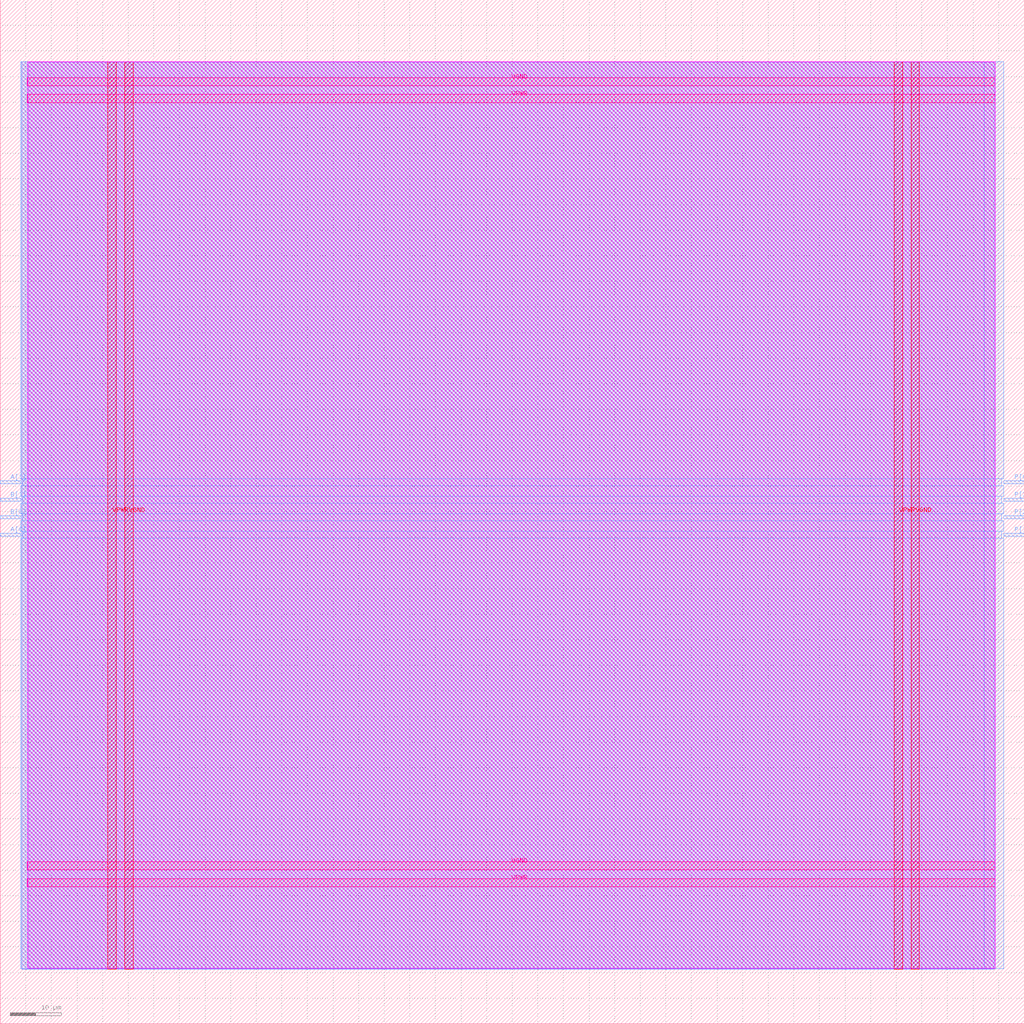
<source format=lef>
VERSION 5.7 ;
  NOWIREEXTENSIONATPIN ON ;
  DIVIDERCHAR "/" ;
  BUSBITCHARS "[]" ;
MACRO SarsaNada_e10
  CLASS BLOCK ;
  FOREIGN SarsaNada_e10 ;
  ORIGIN 0.000 0.000 ;
  SIZE 200.000 BY 200.000 ;
  PIN A[0]
    DIRECTION INPUT ;
    USE SIGNAL ;
    ANTENNAGATEAREA 0.126000 ;
    PORT
      LAYER met3 ;
        RECT 0.000 95.240 4.000 95.840 ;
    END
  END A[0]
  PIN A[1]
    DIRECTION INPUT ;
    USE SIGNAL ;
    ANTENNAGATEAREA 0.126000 ;
    PORT
      LAYER met3 ;
        RECT 0.000 105.440 4.000 106.040 ;
    END
  END A[1]
  PIN B[0]
    DIRECTION INPUT ;
    USE SIGNAL ;
    ANTENNAGATEAREA 0.196500 ;
    PORT
      LAYER met3 ;
        RECT 0.000 98.640 4.000 99.240 ;
    END
  END B[0]
  PIN B[1]
    DIRECTION INPUT ;
    USE SIGNAL ;
    ANTENNAGATEAREA 0.196500 ;
    PORT
      LAYER met3 ;
        RECT 0.000 102.040 4.000 102.640 ;
    END
  END B[1]
  PIN P[0]
    DIRECTION OUTPUT ;
    USE SIGNAL ;
    ANTENNADIFFAREA 0.445500 ;
    PORT
      LAYER met3 ;
        RECT 196.000 105.440 200.000 106.040 ;
    END
  END P[0]
  PIN P[1]
    DIRECTION OUTPUT ;
    USE SIGNAL ;
    ANTENNADIFFAREA 0.445500 ;
    PORT
      LAYER met3 ;
        RECT 196.000 95.240 200.000 95.840 ;
    END
  END P[1]
  PIN P[2]
    DIRECTION OUTPUT ;
    USE SIGNAL ;
    ANTENNADIFFAREA 0.445500 ;
    PORT
      LAYER met3 ;
        RECT 196.000 98.640 200.000 99.240 ;
    END
  END P[2]
  PIN P[3]
    DIRECTION OUTPUT ;
    USE SIGNAL ;
    ANTENNADIFFAREA 0.445500 ;
    PORT
      LAYER met3 ;
        RECT 196.000 102.040 200.000 102.640 ;
    END
  END P[3]
  PIN VGND
    DIRECTION INOUT ;
    USE GROUND ;
    PORT
      LAYER met4 ;
        RECT 24.340 10.640 25.940 187.920 ;
    END
    PORT
      LAYER met4 ;
        RECT 177.940 10.640 179.540 187.920 ;
    END
    PORT
      LAYER met5 ;
        RECT 5.280 30.030 194.360 31.630 ;
    END
    PORT
      LAYER met5 ;
        RECT 5.280 183.210 194.360 184.810 ;
    END
  END VGND
  PIN VPWR
    DIRECTION INOUT ;
    USE POWER ;
    PORT
      LAYER met4 ;
        RECT 21.040 10.640 22.640 187.920 ;
    END
    PORT
      LAYER met4 ;
        RECT 174.640 10.640 176.240 187.920 ;
    END
    PORT
      LAYER met5 ;
        RECT 5.280 26.730 194.360 28.330 ;
    END
    PORT
      LAYER met5 ;
        RECT 5.280 179.910 194.360 181.510 ;
    END
  END VPWR
  OBS
      LAYER nwell ;
        RECT 5.330 10.795 194.310 187.870 ;
      LAYER li1 ;
        RECT 5.520 10.795 194.120 187.765 ;
      LAYER met1 ;
        RECT 4.210 10.640 194.120 187.920 ;
      LAYER met2 ;
        RECT 4.230 10.695 192.190 187.865 ;
      LAYER met3 ;
        RECT 3.990 106.440 196.000 187.845 ;
        RECT 4.400 105.040 195.600 106.440 ;
        RECT 3.990 103.040 196.000 105.040 ;
        RECT 4.400 101.640 195.600 103.040 ;
        RECT 3.990 99.640 196.000 101.640 ;
        RECT 4.400 98.240 195.600 99.640 ;
        RECT 3.990 96.240 196.000 98.240 ;
        RECT 4.400 94.840 195.600 96.240 ;
        RECT 3.990 10.715 196.000 94.840 ;
  END
END SarsaNada_e10
END LIBRARY


</source>
